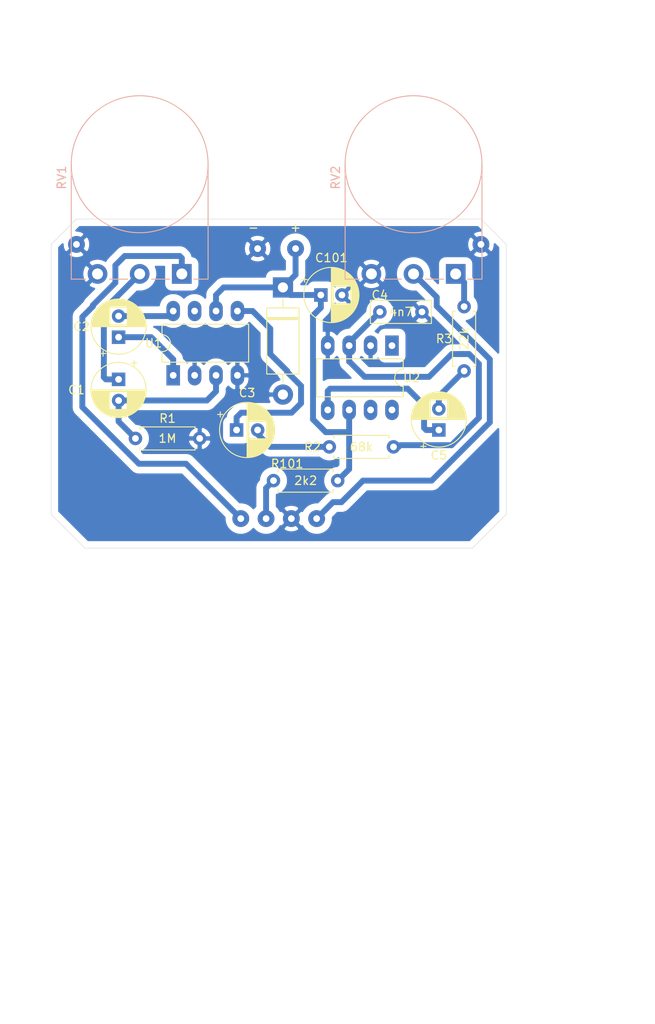
<source format=kicad_pcb>
(kicad_pcb (version 20171130) (host pcbnew "(5.1.5-0-10_14)")
  (layers (0 F.Cu signal hide) (31 B.Cu signal) (34 B.Paste user hide) (35 F.Paste user hide) (36 B.SilkS user hide) (37 F.SilkS user) (38 B.Mask user hide) (39 F.Mask user) (44 Edge.Cuts user))
  (net 0 "")
  (net 1 "Net-(C1-Pad2)")
  (net 2 "Net-(C1-Pad1)")
  (net 3 "Net-(C2-Pad1)")
  (net 4 "Net-(C2-Pad2)")
  (net 5 "Net-(C3-Pad2)")
  (net 6 "Net-(C3-Pad1)")
  (net 7 "Net-(C4-Pad1)")
  (net 8 GND)
  (net 9 "Net-(C5-Pad1)")
  (net 10 "Net-(C5-Pad2)")
  (net 11 +9V)
  (net 12 PCB_IN)
  (net 13 PCB_OUT)
  (net 14 "Net-(R3-Pad2)")
  (net 15 SW)
  (net 16 "Net-(U1-Pad7)")
  (net 17 "Net-(U2-Pad8)")
  (net 18 "Net-(U2-Pad7)")
  (net 19 "Net-(U2-Pad1)")
  (module Connector_Wire:SolderWirePad_1x01_Drill0.8mm (layer F.Cu) (at 159 66)
    (fp_text reference H10)
    (fp_text value GND)
    (pad 1 thru_hole circle (at 0 0) (size 1.99898 1.99898) (drill 0.8001) (layers *.Cu *.Mask) (net 8 GND))
  )
  (module Connector_Wire:SolderWirePad_1x01_Drill0.8mm (layer F.Cu) (at 111 66)
    (fp_text reference H7)
    (fp_text value GND)
    (pad 1 thru_hole circle (at 0 0) (size 1.99898 1.99898) (drill 0.8001) (layers *.Cu *.Mask) (net 8 GND))
  )
  (module Connector_Wire:SolderWirePad_1x01_Drill0.8mm (layer F.Cu) (at 133.5 98.5)
    (fp_text reference H12)
    (fp_text value SW)
    (pad 1 thru_hole circle (at 0 0) (size 1.99898 1.99898) (drill 0.8001) (layers *.Cu *.Mask) (net 15 SW))
  )
  (module Connector_Wire:SolderWirePad_1x01_Drill0.8mm (layer F.Cu) (at 137 66.5)
    (fp_text reference H11)
    (fp_text value 9V)
    (pad 1 thru_hole circle (at 0 0) (size 1.99898 1.99898) (drill 0.8001) (layers *.Cu *.Mask) (net 11 +9V))
  )
  (module Capacitor_THT:CP_Radial_D6.3mm_P2.50mm (layer F.Cu) (at 116 82 270)
    (fp_text reference C1 (at 1.25 5 180) (layer F.SilkS))
    (fp_text value 10u)
    (pad 2 thru_hole circle (at 2.5 0 270) (size 1.6 1.6) (drill 0.8) (layers *.Cu *.Mask) (net 1 "Net-(C1-Pad2)"))
    (pad 1 thru_hole rect (at 0 0 270) (size 1.6 1.6) (drill 0.8) (layers *.Cu *.Mask) (net 2 "Net-(C1-Pad1)"))
  )
  (module Capacitor_THT:CP_Radial_D6.3mm_P2.50mm (layer F.Cu) (at 116 77 90)
    (fp_text reference C2 (at 1.25 -4.4 180) (layer F.SilkS))
    (fp_text value 10u)
    (pad 1 thru_hole rect (at 0 0 90) (size 1.6 1.6) (drill 0.8) (layers *.Cu *.Mask) (net 3 "Net-(C2-Pad1)"))
    (pad 2 thru_hole circle (at 2.5 0 90) (size 1.6 1.6) (drill 0.8) (layers *.Cu *.Mask) (net 4 "Net-(C2-Pad2)"))
  )
  (module Capacitor_THT:CP_Radial_D6.3mm_P2.50mm (layer F.Cu) (at 130 88)
    (fp_text reference C3 (at 1.25 -4.4) (layer F.SilkS))
    (fp_text value 1u)
    (pad 2 thru_hole circle (at 2.5 0) (size 1.6 1.6) (drill 0.8) (layers *.Cu *.Mask) (net 5 "Net-(C3-Pad2)"))
    (pad 1 thru_hole rect (at 0 0) (size 1.6 1.6) (drill 0.8) (layers *.Cu *.Mask) (net 6 "Net-(C3-Pad1)"))
  )
  (module PEDALES:Cap_POLY_SMALL (layer F.Cu) (at 147 74)
    (fp_text reference C4 (at 0 -2) (layer F.SilkS))
    (fp_text value 4n7 (at 2.5 0) (layer F.SilkS))
    (pad 1 thru_hole circle (at 0 0) (size 1.6 1.6) (drill 0.8) (layers *.Cu *.Mask) (net 7 "Net-(C4-Pad1)"))
    (pad 2 thru_hole circle (at 5 0) (size 1.6 1.6) (drill 0.8) (layers *.Cu *.Mask) (net 8 GND))
  )
  (module Capacitor_THT:CP_Radial_D6.3mm_P2.50mm (layer F.Cu) (at 154 88 90)
    (fp_text reference C5 (at -3 0 180) (layer F.SilkS))
    (fp_text value 1u)
    (pad 1 thru_hole rect (at 0 0 90) (size 1.6 1.6) (drill 0.8) (layers *.Cu *.Mask) (net 9 "Net-(C5-Pad1)"))
    (pad 2 thru_hole circle (at 2.5 0 90) (size 1.6 1.6) (drill 0.8) (layers *.Cu *.Mask) (net 10 "Net-(C5-Pad2)"))
  )
  (module Capacitor_THT:CP_Radial_D6.3mm_P2.50mm (layer F.Cu) (at 140 72)
    (fp_text reference C101 (at 1.25 -4.4) (layer F.SilkS))
    (fp_text value 47u)
    (pad 1 thru_hole rect (at 0 0) (size 1.6 1.6) (drill 0.8) (layers *.Cu *.Mask) (net 11 +9V))
    (pad 2 thru_hole circle (at 2.5 0) (size 1.6 1.6) (drill 0.8) (layers *.Cu *.Mask) (net 8 GND))
  )
  (module Diode_THT:D_DO-15_P12.70mm_Horizontal (layer F.Cu) (at 135.5 71.1 270)
    (fp_text reference D101)
    (fp_text value 1N4001)
    (pad 1 thru_hole rect (at 0 0 270) (size 2.4 2.4) (drill 1.2) (layers *.Cu *.Mask) (net 11 +9V))
    (pad 2 thru_hole oval (at 12.7 0 270) (size 2.4 2.4) (drill 1.2) (layers *.Cu *.Mask) (net 8 GND))
  )
  (module Connector_Wire:SolderWirePad_1x01_Drill0.8mm (layer F.Cu) (at 139.5 98.5)
    (fp_text reference H5)
    (fp_text value PCB_OUT)
    (pad 1 thru_hole circle (at 0 0) (size 1.99898 1.99898) (drill 0.8001) (layers *.Cu *.Mask) (net 13 PCB_OUT))
  )
  (module Connector_Wire:SolderWirePad_1x01_Drill0.8mm (layer F.Cu) (at 130.5 98.5)
    (fp_text reference H6)
    (fp_text value PCB_IN)
    (pad 1 thru_hole circle (at 0 0) (size 1.99898 1.99898) (drill 0.8001) (layers *.Cu *.Mask) (net 12 PCB_IN))
  )
  (module Connector_Wire:SolderWirePad_1x01_Drill0.8mm (layer F.Cu) (at 136.5 98.5)
    (fp_text reference H8)
    (fp_text value GND)
    (pad 1 thru_hole circle (at 0 0) (size 1.99898 1.99898) (drill 0.8001) (layers *.Cu *.Mask) (net 8 GND))
  )
  (module Connector_Wire:SolderWirePad_1x01_Drill0.8mm (layer F.Cu) (at 132.5 66.5)
    (fp_text reference H9)
    (fp_text value GND)
    (pad 1 thru_hole circle (at 0 0) (size 1.99898 1.99898) (drill 0.8001) (layers *.Cu *.Mask) (net 8 GND))
  )
  (module PEDALES:R_0.25W_HZ (layer F.Cu) (at 118 89)
    (fp_text reference R1 (at 3.81 -2.37) (layer F.SilkS))
    (fp_text value 1M (at 3.8 0) (layer F.SilkS))
    (pad 2 thru_hole oval (at 7.62 0) (size 1.6 1.6) (drill 0.8) (layers *.Cu *.Mask) (net 8 GND))
    (pad 1 thru_hole circle (at 0 0) (size 1.6 1.6) (drill 0.8) (layers *.Cu *.Mask) (net 1 "Net-(C1-Pad2)"))
  )
  (module PEDALES:R_0.25W_HZ (layer F.Cu) (at 141 90)
    (fp_text reference R2 (at -2 0) (layer F.SilkS))
    (fp_text value 68k (at 3.8 0) (layer F.SilkS))
    (pad 1 thru_hole circle (at 0 0) (size 1.6 1.6) (drill 0.8) (layers *.Cu *.Mask) (net 5 "Net-(C3-Pad2)"))
    (pad 2 thru_hole oval (at 7.62 0) (size 1.6 1.6) (drill 0.8) (layers *.Cu *.Mask) (net 7 "Net-(C4-Pad1)"))
  )
  (module PEDALES:R_0.25W_HZ (layer F.Cu) (at 157 81 90)
    (fp_text reference R3 (at 3.81 -2.37 180) (layer F.SilkS))
    (fp_text value 22k (at 3.8 0 90) (layer F.SilkS))
    (pad 2 thru_hole oval (at 7.62 0 90) (size 1.6 1.6) (drill 0.8) (layers *.Cu *.Mask) (net 14 "Net-(R3-Pad2)"))
    (pad 1 thru_hole circle (at 0 0 90) (size 1.6 1.6) (drill 0.8) (layers *.Cu *.Mask) (net 10 "Net-(C5-Pad2)"))
  )
  (module PEDALES:R_0.25W_HZ (layer F.Cu) (at 142 94 180)
    (fp_text reference R101 (at 6 2) (layer F.SilkS))
    (fp_text value 2k2 (at 3.8 0) (layer F.SilkS))
    (pad 1 thru_hole circle (at 0 0 180) (size 1.6 1.6) (drill 0.8) (layers *.Cu *.Mask) (net 11 +9V))
    (pad 2 thru_hole oval (at 7.62 0 180) (size 1.6 1.6) (drill 0.8) (layers *.Cu *.Mask) (net 15 SW))
  )
  (module Potentiometer_THT:Potentiometer_Piher_T-16L_Single_Vertical_Hole_MOD (layer F.Cu) (at 123.5 69.5 90)
    (fp_text reference RV1 (at 11.415 -14.25 90) (layer B.SilkS))
    (fp_text value A500k)
    (pad 3 thru_hole circle (at 0 -10 90) (size 2.34 2.34) (drill 1.3) (layers *.Cu *.Mask) (net 8 GND))
    (pad 2 thru_hole circle (at 0 -5 90) (size 2.34 2.34) (drill 1.3) (layers *.Cu *.Mask) (net 2 "Net-(C1-Pad1)"))
    (pad 1 thru_hole rect (at 0 0 90) (size 2.34 2.34) (drill 1.3) (layers *.Cu *.Mask) (net 12 PCB_IN))
  )
  (module Potentiometer_THT:Potentiometer_Piher_T-16L_Single_Vertical_Hole_MOD (layer F.Cu) (at 156 69.5 90)
    (fp_text reference RV2 (at 11.415 -14.25 90) (layer B.SilkS))
    (fp_text value A100k)
    (pad 1 thru_hole rect (at 0 0 90) (size 2.34 2.34) (drill 1.3) (layers *.Cu *.Mask) (net 14 "Net-(R3-Pad2)"))
    (pad 2 thru_hole circle (at 0 -5 90) (size 2.34 2.34) (drill 1.3) (layers *.Cu *.Mask) (net 13 PCB_OUT))
    (pad 3 thru_hole circle (at 0 -10 90) (size 2.34 2.34) (drill 1.3) (layers *.Cu *.Mask) (net 8 GND))
  )
  (module Package_DIP:DIP-8_W7.62mm_LongPads (layer F.Cu) (at 122.48 81.52 90)
    (fp_text reference U1 (at 3.81 -2.33 180) (layer F.SilkS))
    (fp_text value LM386)
    (pad 1 thru_hole rect (at 0 0 90) (size 2.4 1.6) (drill 0.8) (layers *.Cu *.Mask) (net 3 "Net-(C2-Pad1)"))
    (pad 5 thru_hole oval (at 7.62 7.62 90) (size 2.4 1.6) (drill 0.8) (layers *.Cu *.Mask) (net 6 "Net-(C3-Pad1)"))
    (pad 2 thru_hole oval (at 0 2.54 90) (size 2.4 1.6) (drill 0.8) (layers *.Cu *.Mask) (net 8 GND))
    (pad 6 thru_hole oval (at 7.62 5.08 90) (size 2.4 1.6) (drill 0.8) (layers *.Cu *.Mask) (net 11 +9V))
    (pad 3 thru_hole oval (at 0 5.08 90) (size 2.4 1.6) (drill 0.8) (layers *.Cu *.Mask) (net 1 "Net-(C1-Pad2)"))
    (pad 7 thru_hole oval (at 7.62 2.54 90) (size 2.4 1.6) (drill 0.8) (layers *.Cu *.Mask) (net 16 "Net-(U1-Pad7)"))
    (pad 4 thru_hole oval (at 0 7.62 90) (size 2.4 1.6) (drill 0.8) (layers *.Cu *.Mask) (net 8 GND))
    (pad 8 thru_hole oval (at 7.62 0 90) (size 2.4 1.6) (drill 0.8) (layers *.Cu *.Mask) (net 4 "Net-(C2-Pad2)"))
  )
  (module Package_DIP:DIP-8_W7.62mm_LongPads (layer F.Cu) (at 148.44 78 270)
    (fp_text reference U2 (at 3.81 -2.33 180) (layer F.SilkS))
    (fp_text value LM386)
    (pad 8 thru_hole oval (at 7.62 0 270) (size 2.4 1.6) (drill 0.8) (layers *.Cu *.Mask) (net 17 "Net-(U2-Pad8)"))
    (pad 4 thru_hole oval (at 0 7.62 270) (size 2.4 1.6) (drill 0.8) (layers *.Cu *.Mask) (net 8 GND))
    (pad 7 thru_hole oval (at 7.62 2.54 270) (size 2.4 1.6) (drill 0.8) (layers *.Cu *.Mask) (net 18 "Net-(U2-Pad7)"))
    (pad 3 thru_hole oval (at 0 5.08 270) (size 2.4 1.6) (drill 0.8) (layers *.Cu *.Mask) (net 7 "Net-(C4-Pad1)"))
    (pad 6 thru_hole oval (at 7.62 5.08 270) (size 2.4 1.6) (drill 0.8) (layers *.Cu *.Mask) (net 11 +9V))
    (pad 2 thru_hole oval (at 0 2.54 270) (size 2.4 1.6) (drill 0.8) (layers *.Cu *.Mask) (net 8 GND))
    (pad 5 thru_hole oval (at 7.62 7.62 270) (size 2.4 1.6) (drill 0.8) (layers *.Cu *.Mask) (net 9 "Net-(C5-Pad1)"))
    (pad 1 thru_hole rect (at 0 0 270) (size 2.4 1.6) (drill 0.8) (layers *.Cu *.Mask) (net 19 "Net-(U2-Pad1)"))
  )
  (gr_line (start 111 63) (end 108 66) (layer Edge.Cuts) (width 0.05))
  (gr_line (start 159 63) (end 162 66) (layer Edge.Cuts) (width 0.05))
  (gr_line (start 158 102) (end 162 98) (layer Edge.Cuts) (width 0.05))
  (gr_line (start 112 102) (end 108 98) (layer Edge.Cuts) (width 0.05))
  (gr_text "-\n" (at 132 64) (layer F.SilkS) (effects (font (size 1 1))))
  (gr_text "+\n" (at 137 64) (layer F.SilkS) (effects (font (size 1 1))))
  (gr_line (start 108 98) (end 108 66) (layer Edge.Cuts) (width 0.05))
  (gr_line (start 158 102) (end 112 102) (layer Edge.Cuts) (width 0.05))
  (gr_line (start 162 66) (end 162 98) (layer Edge.Cuts) (width 0.05))
  (gr_line (start 111 63) (end 159 63) (layer Edge.Cuts) (width 0.05))
  (segment (start 116 87) (end 118 89) (width 0.7) (layer B.Cu) (net 1))
  (segment (start 116 84.5) (end 116 87) (width 0.7) (layer B.Cu) (net 1))
  (segment (start 127.56 83.42) (end 127.56 81.52) (width 0.7) (layer B.Cu) (net 1))
  (segment (start 126.48 84.5) (end 127.56 83.42) (width 0.7) (layer B.Cu) (net 1))
  (segment (start 116 84.5) (end 126.48 84.5) (width 0.7) (layer B.Cu) (net 1))
  (segment (start 118.5 69.5) (end 114.249999 73.750001) (width 0.7) (layer B.Cu) (net 2))
  (segment (start 114.5 82) (end 116 82) (width 0.7) (layer B.Cu) (net 2))
  (segment (start 114.249999 81.749999) (end 114.5 82) (width 0.7) (layer B.Cu) (net 2))
  (segment (start 114.249999 73.750001) (end 114.249999 81.749999) (width 0.7) (layer B.Cu) (net 2))
  (segment (start 122.48 79.62) (end 122.48 81.52) (width 0.7) (layer B.Cu) (net 3))
  (segment (start 119.86 77) (end 122.48 79.62) (width 0.7) (layer B.Cu) (net 3))
  (segment (start 116 77) (end 119.86 77) (width 0.7) (layer B.Cu) (net 3))
  (segment (start 121.88 74.5) (end 122.48 73.9) (width 0.7) (layer B.Cu) (net 4))
  (segment (start 116 74.5) (end 121.88 74.5) (width 0.7) (layer B.Cu) (net 4))
  (segment (start 132.5 88.5) (end 132.5 88) (width 0.7) (layer B.Cu) (net 5))
  (segment (start 134 90) (end 132.5 88.5) (width 0.7) (layer B.Cu) (net 5))
  (segment (start 141 90) (end 134 90) (width 0.7) (layer B.Cu) (net 5))
  (segment (start 131.9 73.9) (end 130.1 73.9) (width 0.7) (layer B.Cu) (net 6))
  (segment (start 134 76) (end 131.9 73.9) (width 0.7) (layer B.Cu) (net 6))
  (segment (start 137.650001 84.832001) (end 137.650001 82.767999) (width 0.7) (layer B.Cu) (net 6))
  (segment (start 136.532001 85.950001) (end 137.650001 84.832001) (width 0.7) (layer B.Cu) (net 6))
  (segment (start 130.549999 85.950001) (end 136.532001 85.950001) (width 0.7) (layer B.Cu) (net 6))
  (segment (start 130 86.5) (end 130.549999 85.950001) (width 0.7) (layer B.Cu) (net 6))
  (segment (start 130 88) (end 130 86.5) (width 0.7) (layer B.Cu) (net 6))
  (segment (start 137.650001 82.767999) (end 136 81.117998) (width 0.7) (layer B.Cu) (net 6))
  (segment (start 136 81.117998) (end 136 81) (width 0.7) (layer B.Cu) (net 6))
  (segment (start 134 79) (end 134 76) (width 0.7) (layer B.Cu) (net 6))
  (segment (start 136 81) (end 134 79) (width 0.7) (layer B.Cu) (net 6))
  (segment (start 143.36 77.64) (end 143.36 78) (width 0.7) (layer B.Cu) (net 7))
  (segment (start 147 74) (end 143.36 77.64) (width 0.7) (layer B.Cu) (net 7))
  (segment (start 158.750001 80.159999) (end 157.590002 79) (width 0.7) (layer B.Cu) (net 7))
  (segment (start 158.750001 86.560001) (end 158.750001 80.159999) (width 0.7) (layer B.Cu) (net 7))
  (segment (start 155.510003 89.799999) (end 158.750001 86.560001) (width 0.7) (layer B.Cu) (net 7))
  (segment (start 149.419999 89.799999) (end 155.510003 89.799999) (width 0.7) (layer B.Cu) (net 7))
  (segment (start 149.219998 90) (end 149.419999 89.799999) (width 0.7) (layer B.Cu) (net 7))
  (segment (start 148.62 90) (end 149.219998 90) (width 0.7) (layer B.Cu) (net 7))
  (segment (start 157.590002 79) (end 156.409998 79) (width 0.7) (layer B.Cu) (net 7))
  (segment (start 155.53002 79) (end 157.590002 79) (width 0.7) (layer B.Cu) (net 7))
  (segment (start 145.2 81.7) (end 152.83002 81.7) (width 0.7) (layer B.Cu) (net 7))
  (segment (start 152.83002 81.7) (end 155.53002 79) (width 0.7) (layer B.Cu) (net 7))
  (segment (start 143.4 79.9) (end 145.2 81.7) (width 0.7) (layer B.Cu) (net 7))
  (segment (start 143.36 79.9) (end 143.4 79.9) (width 0.7) (layer B.Cu) (net 7))
  (segment (start 143.36 78) (end 143.36 79.9) (width 0.7) (layer B.Cu) (net 7))
  (segment (start 140.82 78.48) (end 140.82 78) (width 0.7) (layer B.Cu) (net 8))
  (segment (start 140.82 83.72) (end 140.82 85.62) (width 0.7) (layer B.Cu) (net 9))
  (segment (start 152.249999 87.749999) (end 152.5 88) (width 0.7) (layer B.Cu) (net 9))
  (segment (start 152.249999 85.049999) (end 152.249999 87.749999) (width 0.7) (layer B.Cu) (net 9))
  (segment (start 150.3 83.1) (end 152.249999 85.049999) (width 0.7) (layer B.Cu) (net 9))
  (segment (start 152.5 88) (end 154 88) (width 0.7) (layer B.Cu) (net 9))
  (segment (start 141.1 83.1) (end 150.3 83.1) (width 0.7) (layer B.Cu) (net 9))
  (segment (start 140.82 83.38) (end 140.82 85.62) (width 0.7) (layer B.Cu) (net 9))
  (segment (start 141.1 83.1) (end 140.82 83.38) (width 0.7) (layer B.Cu) (net 9))
  (segment (start 154 84) (end 157 81) (width 0.7) (layer B.Cu) (net 10))
  (segment (start 154 85.5) (end 154 84) (width 0.7) (layer B.Cu) (net 10))
  (segment (start 137 69.6) (end 135.5 71.1) (width 0.7) (layer B.Cu) (net 11))
  (segment (start 137 66.5) (end 137 69.6) (width 0.7) (layer B.Cu) (net 11))
  (segment (start 127.56 72) (end 127.56 73.9) (width 0.7) (layer B.Cu) (net 11))
  (segment (start 128.46 71.1) (end 127.56 72) (width 0.7) (layer B.Cu) (net 11))
  (segment (start 135.5 71.1) (end 128.46 71.1) (width 0.7) (layer B.Cu) (net 11))
  (segment (start 143 85.98) (end 143.36 85.62) (width 0.7) (layer B.Cu) (net 11))
  (segment (start 136.4 72) (end 135.5 71.1) (width 0.7) (layer B.Cu) (net 11))
  (segment (start 140 72) (end 136.4 72) (width 0.7) (layer B.Cu) (net 11))
  (segment (start 142 94) (end 143.36 92.64) (width 0.7) (layer B.Cu) (net 11))
  (segment (start 140 73.5) (end 140 72) (width 0.7) (layer B.Cu) (net 11))
  (segment (start 139.06999 86.744877) (end 139.06999 74.43001) (width 0.7) (layer B.Cu) (net 11))
  (segment (start 139.06999 74.43001) (end 140 73.5) (width 0.7) (layer B.Cu) (net 11))
  (segment (start 140.575112 88.249999) (end 139.06999 86.744877) (width 0.7) (layer B.Cu) (net 11))
  (segment (start 143.36 88.36) (end 143.249999 88.249999) (width 0.7) (layer B.Cu) (net 11))
  (segment (start 143.36 88.36) (end 143.36 85.62) (width 0.7) (layer B.Cu) (net 11))
  (segment (start 143.249999 88.249999) (end 140.575112 88.249999) (width 0.7) (layer B.Cu) (net 11))
  (segment (start 143.36 92.64) (end 143.36 88.36) (width 0.7) (layer B.Cu) (net 11))
  (segment (start 115.620001 70.541509) (end 112.949989 73.21152) (width 0.7) (layer B.Cu) (net 12))
  (segment (start 116.722401 67.379999) (end 115.620001 68.482399) (width 0.7) (layer B.Cu) (net 12))
  (segment (start 115.620001 68.482399) (end 115.620001 70.541509) (width 0.7) (layer B.Cu) (net 12))
  (segment (start 123.5 67.63) (end 123.249999 67.379999) (width 0.7) (layer B.Cu) (net 12))
  (segment (start 123.249999 67.379999) (end 116.722401 67.379999) (width 0.7) (layer B.Cu) (net 12))
  (segment (start 123.5 69.5) (end 123.5 67.63) (width 0.7) (layer B.Cu) (net 12))
  (segment (start 124 92) (end 130.5 98.5) (width 0.7) (layer B.Cu) (net 12))
  (segment (start 118.409998 92) (end 124 92) (width 0.7) (layer B.Cu) (net 12))
  (segment (start 112.949989 73.21152) (end 112.949989 73.350011) (width 0.7) (layer B.Cu) (net 12))
  (segment (start 112.949989 73.350011) (end 111.7 74.6) (width 0.7) (layer B.Cu) (net 12))
  (segment (start 111.7 85.290002) (end 118.409998 92) (width 0.7) (layer B.Cu) (net 12))
  (segment (start 111.7 74.6) (end 111.7 85.290002) (width 0.7) (layer B.Cu) (net 12))
  (segment (start 160.050011 87.098481) (end 153.148492 94) (width 0.7) (layer B.Cu) (net 13))
  (segment (start 160.050011 79.621518) (end 160.050011 87.098481) (width 0.7) (layer B.Cu) (net 13))
  (segment (start 153.750001 73.321508) (end 160.050011 79.621518) (width 0.7) (layer B.Cu) (net 13))
  (segment (start 153.750001 72.250001) (end 153.750001 73.321508) (width 0.7) (layer B.Cu) (net 13))
  (segment (start 151 69.5) (end 153.750001 72.250001) (width 0.7) (layer B.Cu) (net 13))
  (segment (start 140.499489 97.500511) (end 139.5 98.5) (width 0.7) (layer B.Cu) (net 13))
  (segment (start 142.449491 96.550509) (end 141.449491 96.550509) (width 0.7) (layer B.Cu) (net 13))
  (segment (start 141.449491 96.550509) (end 140.499489 97.500511) (width 0.7) (layer B.Cu) (net 13))
  (segment (start 145 94) (end 142.449491 96.550509) (width 0.7) (layer B.Cu) (net 13))
  (segment (start 153.148492 94) (end 145 94) (width 0.7) (layer B.Cu) (net 13))
  (segment (start 157 70.5) (end 156 69.5) (width 0.7) (layer B.Cu) (net 14))
  (segment (start 157 73.38) (end 157 70.5) (width 0.7) (layer B.Cu) (net 14))
  (segment (start 133.5 94.88) (end 133.5 98.5) (width 0.7) (layer B.Cu) (net 15))
  (segment (start 134.38 94) (end 133.5 94.88) (width 0.7) (layer B.Cu) (net 15))
  (zone (net 8) (net_name GND) (layer B.Cu) (connect_pads (clearance 0.8)) (min_thickness 0.254) (fill yes (arc_segments 32) (thermal_gap 0.508) (thermal_bridge_width 0.508))
    (polygon (pts (xy 162 102) (xy 108 102) (xy 108 63) (xy 162 63)))
  )
)
</source>
